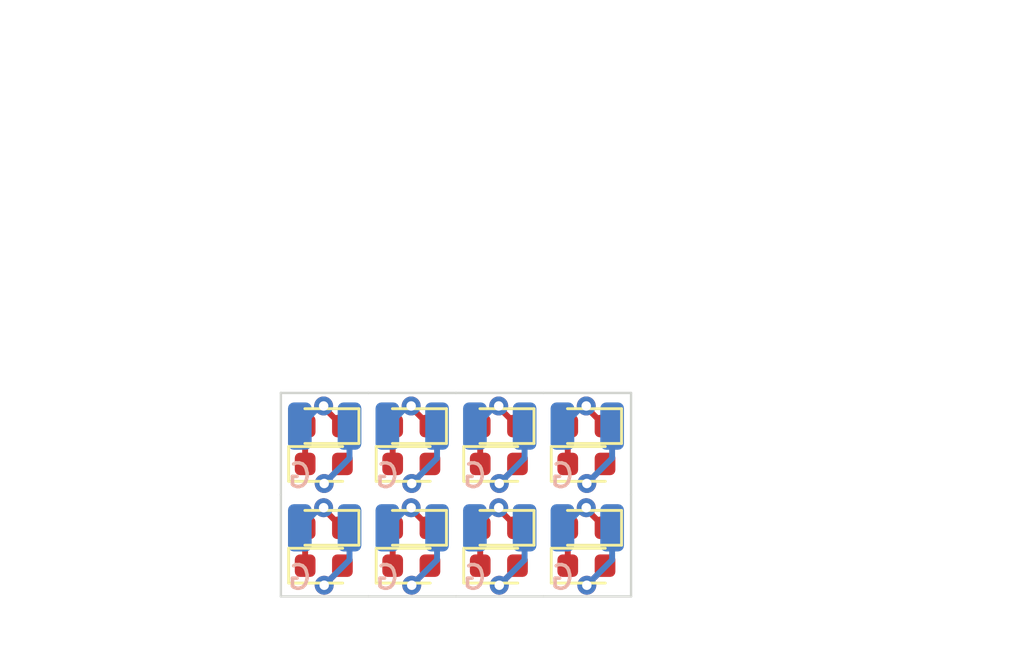
<source format=kicad_pcb>
(kicad_pcb (version 20211014) (generator pcbnew)
  (title_block (comment 4 "AISLER Project ID: DXIHIPTI"))
  (layers (0 "F.Cu" signal) (31 "B.Cu" signal) (34 "B.Paste" user) (35 "F.Paste" user) (36 "B.SilkS" user "B.Silkscreen") (37 "F.SilkS" user "F.Silkscreen") (38 "B.Mask" user) (39 "F.Mask" user) (44 "Edge.Cuts" user))
  (net 0 "")
  (net 1 "Board_0-GND")
  (net 2 "Board_0-Net-(D2-Pad2)")
  (net 3 "Board_0-VCC")
  (net 4 "Board_1-GND")
  (net 5 "Board_1-Net-(D2-Pad2)")
  (net 6 "Board_1-VCC")
  (net 7 "Board_2-GND")
  (net 8 "Board_2-Net-(D2-Pad2)")
  (net 9 "Board_2-VCC")
  (net 10 "Board_3-GND")
  (net 11 "Board_3-Net-(D2-Pad2)")
  (net 12 "Board_3-VCC")
  (net 13 "Board_4-GND")
  (net 14 "Board_4-Net-(D2-Pad2)")
  (net 15 "Board_4-VCC")
  (net 16 "Board_5-GND")
  (net 17 "Board_5-Net-(D2-Pad2)")
  (net 18 "Board_5-VCC")
  (net 19 "Board_6-GND")
  (net 20 "Board_6-Net-(D2-Pad2)")
  (net 21 "Board_6-VCC")
  (net 22 "Board_7-GND")
  (net 23 "Board_7-Net-(D2-Pad2)")
  (net 24 "Board_7-VCC")
  (footprint "LED_SMD:LED_0603_1608Metric" (layer "F.Cu") (at 27.9125 16.4 180)
    (fp_text reference "D2" hide)
    (fp_text value "LED")
    (fp_line (start -1.485 0.735) (end 0.8 0.735) (layer "F.SilkS") (width 0.12))
    (fp_line (start 0.8 -0.735) (end -1.485 -0.735) (layer "F.SilkS") (width 0.12))
    (fp_line (start -1.485 -0.735) (end -1.485 0.735) (layer "F.SilkS") (width 0.12))
    (pad "1" smd roundrect (at -0.7875 0 180) (size 0.875 0.95) (layers "F.Cu" "F.Paste" "F.Mask") (net 10 "Board_3-GND"))
    (pad "2" smd roundrect (at 0.7875 0 180) (size 0.875 0.95) (layers "F.Cu" "F.Paste" "F.Mask") (net 11 "Board_3-Net-(D2-Pad2)"))
  )
  (footprint "LED_SMD:LED_0603_1608Metric" (layer "F.Cu") (at 24.2125 16.4 180)
    (fp_text reference "D2" hide)
    (fp_text value "LED")
    (fp_line (start 0.8 -0.735) (end -1.485 -0.735) (layer "F.SilkS") (width 0.12))
    (fp_line (start -1.485 -0.735) (end -1.485 0.735) (layer "F.SilkS") (width 0.12))
    (fp_line (start -1.485 0.735) (end 0.8 0.735) (layer "F.SilkS") (width 0.12))
    (pad "1" smd roundrect (at -0.7875 0 180) (size 0.875 0.95) (layers "F.Cu" "F.Paste" "F.Mask") (net 7 "Board_2-GND"))
    (pad "2" smd roundrect (at 0.7875 0 180) (size 0.875 0.95) (layers "F.Cu" "F.Paste" "F.Mask") (net 8 "Board_2-Net-(D2-Pad2)"))
  )
  (footprint "LED_SMD:LED_0603_1608Metric" (layer "F.Cu") (at 24.2125 22.3)
    (fp_text reference "D1" hide)
    (fp_text value "LED")
    (fp_line (start -1.485 -0.735) (end -1.485 0.735) (layer "F.SilkS") (width 0.12))
    (fp_line (start 0.8 -0.735) (end -1.485 -0.735) (layer "F.SilkS") (width 0.12))
    (fp_line (start -1.485 0.735) (end 0.8 0.735) (layer "F.SilkS") (width 0.12))
    (pad "1" smd roundrect (at -0.7875 0) (size 0.875 0.95) (layers "F.Cu" "F.Paste" "F.Mask") (net 20 "Board_6-Net-(D2-Pad2)"))
    (pad "2" smd roundrect (at 0.7875 0) (size 0.875 0.95) (layers "F.Cu" "F.Paste" "F.Mask") (net 21 "Board_6-VCC"))
  )
  (footprint "LED_SMD:LED_0603_1608Metric" (layer "F.Cu") (at 27.9125 18)
    (fp_text reference "D1" hide)
    (fp_text value "LED")
    (fp_line (start -1.485 0.735) (end 0.8 0.735) (layer "F.SilkS") (width 0.12))
    (fp_line (start 0.8 -0.735) (end -1.485 -0.735) (layer "F.SilkS") (width 0.12))
    (fp_line (start -1.485 -0.735) (end -1.485 0.735) (layer "F.SilkS") (width 0.12))
    (pad "1" smd roundrect (at -0.7875 0) (size 0.875 0.95) (layers "F.Cu" "F.Paste" "F.Mask") (net 11 "Board_3-Net-(D2-Pad2)"))
    (pad "2" smd roundrect (at 0.7875 0) (size 0.875 0.95) (layers "F.Cu" "F.Paste" "F.Mask") (net 12 "Board_3-VCC"))
  )
  (footprint "LED_SMD:LED_0603_1608Metric" (layer "F.Cu") (at 24.2125 20.7 180)
    (fp_text reference "D2" hide)
    (fp_text value "LED")
    (fp_line (start 0.8 -0.735) (end -1.485 -0.735) (layer "F.SilkS") (width 0.12))
    (fp_line (start -1.485 -0.735) (end -1.485 0.735) (layer "F.SilkS") (width 0.12))
    (fp_line (start -1.485 0.735) (end 0.8 0.735) (layer "F.SilkS") (width 0.12))
    (pad "1" smd roundrect (at -0.7875 0 180) (size 0.875 0.95) (layers "F.Cu" "F.Paste" "F.Mask") (net 19 "Board_6-GND"))
    (pad "2" smd roundrect (at 0.7875 0 180) (size 0.875 0.95) (layers "F.Cu" "F.Paste" "F.Mask") (net 20 "Board_6-Net-(D2-Pad2)"))
  )
  (footprint "LED_SMD:LED_0603_1608Metric" (layer "F.Cu") (at 20.5125 18)
    (fp_text reference "D1" hide)
    (fp_text value "LED")
    (fp_line (start 0.8 -0.735) (end -1.485 -0.735) (layer "F.SilkS") (width 0.12))
    (fp_line (start -1.485 -0.735) (end -1.485 0.735) (layer "F.SilkS") (width 0.12))
    (fp_line (start -1.485 0.735) (end 0.8 0.735) (layer "F.SilkS") (width 0.12))
    (pad "1" smd roundrect (at -0.7875 0) (size 0.875 0.95) (layers "F.Cu" "F.Paste" "F.Mask") (net 5 "Board_1-Net-(D2-Pad2)"))
    (pad "2" smd roundrect (at 0.7875 0) (size 0.875 0.95) (layers "F.Cu" "F.Paste" "F.Mask") (net 6 "Board_1-VCC"))
  )
  (footprint "LED_SMD:LED_0603_1608Metric" (layer "F.Cu") (at 24.2125 18)
    (fp_text reference "D1" hide)
    (fp_text value "LED")
    (fp_line (start -1.485 0.735) (end 0.8 0.735) (layer "F.SilkS") (width 0.12))
    (fp_line (start 0.8 -0.735) (end -1.485 -0.735) (layer "F.SilkS") (width 0.12))
    (fp_line (start -1.485 -0.735) (end -1.485 0.735) (layer "F.SilkS") (width 0.12))
    (pad "1" smd roundrect (at -0.7875 0) (size 0.875 0.95) (layers "F.Cu" "F.Paste" "F.Mask") (net 8 "Board_2-Net-(D2-Pad2)"))
    (pad "2" smd roundrect (at 0.7875 0) (size 0.875 0.95) (layers "F.Cu" "F.Paste" "F.Mask") (net 9 "Board_2-VCC"))
  )
  (footprint "LED_SMD:LED_0603_1608Metric" (layer "F.Cu") (at 16.8125 16.4 180)
    (fp_text reference "D2" hide)
    (fp_text value "LED")
    (fp_line (start 0.8 -0.735) (end -1.485 -0.735) (layer "F.SilkS") (width 0.12))
    (fp_line (start -1.485 -0.735) (end -1.485 0.735) (layer "F.SilkS") (width 0.12))
    (fp_line (start -1.485 0.735) (end 0.8 0.735) (layer "F.SilkS") (width 0.12))
    (pad "1" smd roundrect (at -0.7875 0 180) (size 0.875 0.95) (layers "F.Cu" "F.Paste" "F.Mask") (net 1 "Board_0-GND"))
    (pad "2" smd roundrect (at 0.7875 0 180) (size 0.875 0.95) (layers "F.Cu" "F.Paste" "F.Mask") (net 2 "Board_0-Net-(D2-Pad2)"))
  )
  (footprint "LED_SMD:LED_0603_1608Metric" (layer "F.Cu") (at 27.9125 20.7 180)
    (fp_text reference "D2" hide)
    (fp_text value "LED")
    (fp_line (start 0.8 -0.735) (end -1.485 -0.735) (layer "F.SilkS") (width 0.12))
    (fp_line (start -1.485 -0.735) (end -1.485 0.735) (layer "F.SilkS") (width 0.12))
    (fp_line (start -1.485 0.735) (end 0.8 0.735) (layer "F.SilkS") (width 0.12))
    (pad "1" smd roundrect (at -0.7875 0 180) (size 0.875 0.95) (layers "F.Cu" "F.Paste" "F.Mask") (net 22 "Board_7-GND"))
    (pad "2" smd roundrect (at 0.7875 0 180) (size 0.875 0.95) (layers "F.Cu" "F.Paste" "F.Mask") (net 23 "Board_7-Net-(D2-Pad2)"))
  )
  (footprint "LED_SMD:LED_0603_1608Metric" (layer "F.Cu") (at 20.5125 22.3)
    (fp_text reference "D1" hide)
    (fp_text value "LED")
    (fp_line (start 0.8 -0.735) (end -1.485 -0.735) (layer "F.SilkS") (width 0.12))
    (fp_line (start -1.485 0.735) (end 0.8 0.735) (layer "F.SilkS") (width 0.12))
    (fp_line (start -1.485 -0.735) (end -1.485 0.735) (layer "F.SilkS") (width 0.12))
    (pad "1" smd roundrect (at -0.7875 0) (size 0.875 0.95) (layers "F.Cu" "F.Paste" "F.Mask") (net 17 "Board_5-Net-(D2-Pad2)"))
    (pad "2" smd roundrect (at 0.7875 0) (size 0.875 0.95) (layers "F.Cu" "F.Paste" "F.Mask") (net 18 "Board_5-VCC"))
  )
  (footprint "LED_SMD:LED_0603_1608Metric" (layer "F.Cu") (at 20.5125 16.4 180)
    (fp_text reference "D2" hide)
    (fp_text value "LED")
    (fp_line (start -1.485 -0.735) (end -1.485 0.735) (layer "F.SilkS") (width 0.12))
    (fp_line (start -1.485 0.735) (end 0.8 0.735) (layer "F.SilkS") (width 0.12))
    (fp_line (start 0.8 -0.735) (end -1.485 -0.735) (layer "F.SilkS") (width 0.12))
    (pad "1" smd roundrect (at -0.7875 0 180) (size 0.875 0.95) (layers "F.Cu" "F.Paste" "F.Mask") (net 4 "Board_1-GND"))
    (pad "2" smd roundrect (at 0.7875 0 180) (size 0.875 0.95) (layers "F.Cu" "F.Paste" "F.Mask") (net 5 "Board_1-Net-(D2-Pad2)"))
  )
  (footprint "LED_SMD:LED_0603_1608Metric" (layer "F.Cu") (at 27.9125 22.3)
    (fp_text reference "D1" hide)
    (fp_text value "LED")
    (fp_line (start -1.485 -0.735) (end -1.485 0.735) (layer "F.SilkS") (width 0.12))
    (fp_line (start 0.8 -0.735) (end -1.485 -0.735) (layer "F.SilkS") (width 0.12))
    (fp_line (start -1.485 0.735) (end 0.8 0.735) (layer "F.SilkS") (width 0.12))
    (pad "1" smd roundrect (at -0.7875 0) (size 0.875 0.95) (layers "F.Cu" "F.Paste" "F.Mask") (net 23 "Board_7-Net-(D2-Pad2)"))
    (pad "2" smd roundrect (at 0.7875 0) (size 0.875 0.95) (layers "F.Cu" "F.Paste" "F.Mask") (net 24 "Board_7-VCC"))
  )
  (footprint "LED_SMD:LED_0603_1608Metric" (layer "F.Cu") (at 16.8125 18)
    (fp_text reference "D1" hide)
    (fp_text value "LED")
    (fp_line (start 0.8 -0.735) (end -1.485 -0.735) (layer "F.SilkS") (width 0.12))
    (fp_line (start -1.485 -0.735) (end -1.485 0.735) (layer "F.SilkS") (width 0.12))
    (fp_line (start -1.485 0.735) (end 0.8 0.735) (layer "F.SilkS") (width 0.12))
    (pad "1" smd roundrect (at -0.7875 0) (size 0.875 0.95) (layers "F.Cu" "F.Paste" "F.Mask") (net 2 "Board_0-Net-(D2-Pad2)"))
    (pad "2" smd roundrect (at 0.7875 0) (size 0.875 0.95) (layers "F.Cu" "F.Paste" "F.Mask") (net 3 "Board_0-VCC"))
  )
  (footprint "LED_SMD:LED_0603_1608Metric" (layer "F.Cu") (at 16.8125 22.3)
    (fp_text reference "D1" hide)
    (fp_text value "LED")
    (fp_line (start 0.8 -0.735) (end -1.485 -0.735) (layer "F.SilkS") (width 0.12))
    (fp_line (start -1.485 0.735) (end 0.8 0.735) (layer "F.SilkS") (width 0.12))
    (fp_line (start -1.485 -0.735) (end -1.485 0.735) (layer "F.SilkS") (width 0.12))
    (pad "1" smd roundrect (at -0.7875 0) (size 0.875 0.95) (layers "F.Cu" "F.Paste" "F.Mask") (net 14 "Board_4-Net-(D2-Pad2)"))
    (pad "2" smd roundrect (at 0.7875 0) (size 0.875 0.95) (layers "F.Cu" "F.Paste" "F.Mask") (net 15 "Board_4-VCC"))
  )
  (footprint "LED_SMD:LED_0603_1608Metric" (layer "F.Cu") (at 16.8125 20.7 180)
    (fp_text reference "D2" hide)
    (fp_text value "LED")
    (fp_line (start -1.485 0.735) (end 0.8 0.735) (layer "F.SilkS") (width 0.12))
    (fp_line (start -1.485 -0.735) (end -1.485 0.735) (layer "F.SilkS") (width 0.12))
    (fp_line (start 0.8 -0.735) (end -1.485 -0.735) (layer "F.SilkS") (width 0.12))
    (pad "1" smd roundrect (at -0.7875 0 180) (size 0.875 0.95) (layers "F.Cu" "F.Paste" "F.Mask") (net 13 "Board_4-GND"))
    (pad "2" smd roundrect (at 0.7875 0 180) (size 0.875 0.95) (layers "F.Cu" "F.Paste" "F.Mask") (net 14 "Board_4-Net-(D2-Pad2)"))
  )
  (footprint "LED_SMD:LED_0603_1608Metric" (layer "F.Cu") (at 20.5125 20.7 180)
    (fp_text reference "D2" hide)
    (fp_text value "LED")
    (fp_line (start -1.485 0.735) (end 0.8 0.735) (layer "F.SilkS") (width 0.12))
    (fp_line (start 0.8 -0.735) (end -1.485 -0.735) (layer "F.SilkS") (width 0.12))
    (fp_line (start -1.485 -0.735) (end -1.485 0.735) (layer "F.SilkS") (width 0.12))
    (pad "1" smd roundrect (at -0.7875 0 180) (size 0.875 0.95) (layers "F.Cu" "F.Paste" "F.Mask") (net 16 "Board_5-GND"))
    (pad "2" smd roundrect (at 0.7875 0 180) (size 0.875 0.95) (layers "F.Cu" "F.Paste" "F.Mask") (net 17 "Board_5-Net-(D2-Pad2)"))
  )
  (footprint "Connector_Wire:SolderWirePad_1x01_SMD_1x2mm" (layer "B.Cu") (at 21.6 20.7 180)
    (fp_text reference "V" hide)
    (fp_text value "SolderWirePad_1x01_SMD_1x2mm")
    (pad "1" smd roundrect (at 0 0 180) (size 1 2) (layers "B.Cu" "B.Paste" "B.Mask") (net 18 "Board_5-VCC"))
  )
  (footprint "Connector_Wire:SolderWirePad_1x01_SMD_1x2mm" (layer "B.Cu") (at 19.5 16.4 180)
    (fp_text reference "G" (at 0 -2.1 unlocked) (layer "B.SilkS") (effects (justify mirror)))
    (fp_text value "SolderWirePad_1x01_SMD_1x2mm")
    (pad "1" smd roundrect (at 0 0 180) (size 1 2) (layers "B.Cu" "B.Paste" "B.Mask") (net 4 "Board_1-GND"))
  )
  (footprint "Connector_Wire:SolderWirePad_1x01_SMD_1x2mm" (layer "B.Cu") (at 17.9 16.4 180)
    (fp_text reference "V" hide)
    (fp_text value "SolderWirePad_1x01_SMD_1x2mm")
    (pad "1" smd roundrect (at 0 0 180) (size 1 2) (layers "B.Cu" "B.Paste" "B.Mask") (net 3 "Board_0-VCC"))
  )
  (footprint "Connector_Wire:SolderWirePad_1x01_SMD_1x2mm" (layer "B.Cu") (at 29 20.7 180)
    (fp_text reference "V" hide)
    (fp_text value "SolderWirePad_1x01_SMD_1x2mm")
    (pad "1" smd roundrect (at 0 0 180) (size 1 2) (layers "B.Cu" "B.Paste" "B.Mask") (net 24 "Board_7-VCC"))
  )
  (footprint "Connector_Wire:SolderWirePad_1x01_SMD_1x2mm" (layer "B.Cu") (at 15.8 16.4 180)
    (fp_text reference "G" (at 0 -2.1 unlocked) (layer "B.SilkS") (effects (justify mirror)))
    (fp_text value "SolderWirePad_1x01_SMD_1x2mm")
    (pad "1" smd roundrect (at 0 0 180) (size 1 2) (layers "B.Cu" "B.Paste" "B.Mask") (net 1 "Board_0-GND"))
  )
  (footprint "Connector_Wire:SolderWirePad_1x01_SMD_1x2mm" (layer "B.Cu") (at 15.8 20.7 180)
    (fp_text reference "G" (at 0 -2.1 unlocked) (layer "B.SilkS") (effects (justify mirror)))
    (fp_text value "SolderWirePad_1x01_SMD_1x2mm")
    (pad "1" smd roundrect (at 0 0 180) (size 1 2) (layers "B.Cu" "B.Paste" "B.Mask") (net 13 "Board_4-GND"))
  )
  (footprint "Connector_Wire:SolderWirePad_1x01_SMD_1x2mm" (layer "B.Cu") (at 21.6 16.4 180)
    (fp_text reference "V" hide)
    (fp_text value "SolderWirePad_1x01_SMD_1x2mm")
    (pad "1" smd roundrect (at 0 0 180) (size 1 2) (layers "B.Cu" "B.Paste" "B.Mask") (net 6 "Board_1-VCC"))
  )
  (footprint "Connector_Wire:SolderWirePad_1x01_SMD_1x2mm" (layer "B.Cu") (at 25.3 16.4 180)
    (fp_text reference "V" hide)
    (fp_text value "SolderWirePad_1x01_SMD_1x2mm")
    (pad "1" smd roundrect (at 0 0 180) (size 1 2) (layers "B.Cu" "B.Paste" "B.Mask") (net 9 "Board_2-VCC"))
  )
  (footprint "Connector_Wire:SolderWirePad_1x01_SMD_1x2mm" (layer "B.Cu") (at 25.3 20.7 180)
    (fp_text reference "V" hide)
    (fp_text value "SolderWirePad_1x01_SMD_1x2mm")
    (pad "1" smd roundrect (at 0 0 180) (size 1 2) (layers "B.Cu" "B.Paste" "B.Mask") (net 21 "Board_6-VCC"))
  )
  (footprint "Connector_Wire:SolderWirePad_1x01_SMD_1x2mm" (layer "B.Cu") (at 23.2 20.7 180)
    (fp_text reference "G" (at 0 -2.1 unlocked) (layer "B.SilkS") (effects (justify mirror)))
    (fp_text value "SolderWirePad_1x01_SMD_1x2mm")
    (pad "1" smd roundrect (at 0 0 180) (size 1 2) (layers "B.Cu" "B.Paste" "B.Mask") (net 19 "Board_6-GND"))
  )
  (footprint "Connector_Wire:SolderWirePad_1x01_SMD_1x2mm" (layer "B.Cu") (at 19.5 20.7 180)
    (fp_text reference "G" (at 0 -2.1 unlocked) (layer "B.SilkS") (effects (justify mirror)))
    (fp_text value "SolderWirePad_1x01_SMD_1x2mm")
    (pad "1" smd roundrect (at 0 0 180) (size 1 2) (layers "B.Cu" "B.Paste" "B.Mask") (net 16 "Board_5-GND"))
  )
  (footprint "Connector_Wire:SolderWirePad_1x01_SMD_1x2mm" (layer "B.Cu") (at 26.9 16.4 180)
    (fp_text reference "G" (at 0 -2.1 unlocked) (layer "B.SilkS") (effects (justify mirror)))
    (fp_text value "SolderWirePad_1x01_SMD_1x2mm")
    (pad "1" smd roundrect (at 0 0 180) (size 1 2) (layers "B.Cu" "B.Paste" "B.Mask") (net 10 "Board_3-GND"))
  )
  (footprint "Connector_Wire:SolderWirePad_1x01_SMD_1x2mm" (layer "B.Cu") (at 23.2 16.4 180)
    (fp_text reference "G" (at 0 -2.1 unlocked) (layer "B.SilkS") (effects (justify mirror)))
    (fp_text value "SolderWirePad_1x01_SMD_1x2mm")
    (pad "1" smd roundrect (at 0 0 180) (size 1 2) (layers "B.Cu" "B.Paste" "B.Mask") (net 7 "Board_2-GND"))
  )
  (footprint "Connector_Wire:SolderWirePad_1x01_SMD_1x2mm" (layer "B.Cu") (at 17.9 20.7 180)
    (fp_text reference "V" hide)
    (fp_text value "SolderWirePad_1x01_SMD_1x2mm")
    (pad "1" smd roundrect (at 0 0 180) (size 1 2) (layers "B.Cu" "B.Paste" "B.Mask") (net 15 "Board_4-VCC"))
  )
  (footprint "Connector_Wire:SolderWirePad_1x01_SMD_1x2mm" (layer "B.Cu") (at 29 16.4 180)
    (fp_text reference "V" hide)
    (fp_text value "SolderWirePad_1x01_SMD_1x2mm")
    (pad "1" smd roundrect (at 0 0 180) (size 1 2) (layers "B.Cu" "B.Paste" "B.Mask") (net 12 "Board_3-VCC"))
  )
  (footprint "Connector_Wire:SolderWirePad_1x01_SMD_1x2mm" (layer "B.Cu") (at 26.9 20.7 180)
    (fp_text reference "G" (at 0 -2.1 unlocked) (layer "B.SilkS") (effects (justify mirror)))
    (fp_text value "SolderWirePad_1x01_SMD_1x2mm")
    (pad "1" smd roundrect (at 0 0 180) (size 1 2) (layers "B.Cu" "B.Paste" "B.Mask") (net 22 "Board_7-GND"))
  )
  (gr_line (start 26.1 23.6) (end 29.8 23.6) (layer "Edge.Cuts") (width 0.1))
  (gr_line (start 18.7 15) (end 15 15) (layer "Edge.Cuts") (width 0.1))
  (gr_line (start 18.7 23.6) (end 22.4 23.6) (layer "Edge.Cuts") (width 0.1))
  (gr_line (start 15 15) (end 15 15) (layer "Edge.Cuts") (width 0.1))
  (gr_line (start 22.4 15) (end 18.7 15) (layer "Edge.Cuts") (width 0.1))
  (gr_line (start 29.8 15) (end 26.1 15) (layer "Edge.Cuts") (width 0.1))
  (gr_line (start 29.8 19.3) (end 29.8 15) (layer "Edge.Cuts") (width 0.1))
  (gr_line (start 26.1 15) (end 22.4 15) (layer "Edge.Cuts") (width 0.1))
  (gr_line (start 15 15) (end 15 19.3) (layer "Edge.Cuts") (width 0.1))
  (gr_line (start 29.8 23.6) (end 29.8 19.3) (layer "Edge.Cuts") (width 0.1))
  (gr_line (start 22.4 23.6) (end 26.1 23.6) (layer "Edge.Cuts") (width 0.1))
  (gr_line (start 15 19.3) (end 15 23.6) (layer "Edge.Cuts") (width 0.1))
  (gr_line (start 15 23.6) (end 18.7 23.6) (layer "Edge.Cuts") (width 0.1))
  (segment (start 17.6 16.4) (end 16.806443 15.606443) (width 0.25) (layer "F.Cu") (net 1))
  (segment (start 16.806443 15.606443) (end 16.806443 15.549688) (width 0.25) (layer "F.Cu") (net 1))
  (via (at 16.806443 15.549688) (size 0.8) (drill 0.4) (layers "F.Cu" "B.Cu") (net 1))
  (segment (start 16.806443 15.549688) (end 16.650312 15.549688) (width 0.25) (layer "B.Cu") (net 1))
  (segment (start 16.650312 15.549688) (end 15.8 16.4) (width 0.25) (layer "B.Cu") (net 1))
  (segment (start 16.025 18) (end 16.025 18.056539) (width 0.25) (layer "F.Cu") (net 2))
  (segment (start 16.025 18) (end 16.025 16.4) (width 0.25) (layer "F.Cu") (net 2))
  (segment (start 17.6 18) (end 17.6 18.057069) (width 0.25) (layer "F.Cu") (net 3))
  (segment (start 17.6 18.2) (end 17.6 18.3) (width 0.25) (layer "F.Cu") (net 3))
  (segment (start 17.6 18.057069) (end 16.83032 18.826749) (width 0.25) (layer "F.Cu") (net 3))
  (via (at 16.83032 18.826749) (size 0.8) (drill 0.4) (layers "F.Cu" "B.Cu") (net 3))
  (segment (start 16.83032 18.826749) (end 17.9 17.757069) (width 0.25) (layer "B.Cu") (net 3))
  (segment (start 17.9 17.757069) (end 17.9 16.4) (width 0.25) (layer "B.Cu") (net 3))
  (segment (start 21.3 16.4) (end 20.506443 15.606443) (width 0.25) (layer "F.Cu") (net 4))
  (segment (start 20.506443 15.606443) (end 20.506443 15.549688) (width 0.25) (layer "F.Cu") (net 4))
  (via (at 20.506443 15.549688) (size 0.8) (drill 0.4) (layers "F.Cu" "B.Cu") (net 4))
  (segment (start 20.506443 15.549688) (end 20.350312 15.549688) (width 0.25) (layer "B.Cu") (net 4))
  (segment (start 20.350312 15.549688) (end 19.5 16.4) (width 0.25) (layer "B.Cu") (net 4))
  (segment (start 19.725 18) (end 19.725 18.056539) (width 0.25) (layer "F.Cu") (net 5))
  (segment (start 19.725 18) (end 19.725 16.4) (width 0.25) (layer "F.Cu") (net 5))
  (segment (start 21.3 18) (end 21.3 18.057069) (width 0.25) (layer "F.Cu") (net 6))
  (segment (start 21.3 18.2) (end 21.3 18.3) (width 0.25) (layer "F.Cu") (net 6))
  (segment (start 21.3 18.057069) (end 20.53032 18.826749) (width 0.25) (layer "F.Cu") (net 6))
  (via (at 20.53032 18.826749) (size 0.8) (drill 0.4) (layers "F.Cu" "B.Cu") (net 6))
  (segment (start 20.53032 18.826749) (end 21.6 17.757069) (width 0.25) (layer "B.Cu") (net 6))
  (segment (start 21.6 17.757069) (end 21.6 16.4) (width 0.25) (layer "B.Cu") (net 6))
  (segment (start 25 16.4) (end 24.206443 15.606443) (width 0.25) (layer "F.Cu") (net 7))
  (segment (start 24.206443 15.606443) (end 24.206443 15.549688) (width 0.25) (layer "F.Cu") (net 7))
  (via (at 24.206443 15.549688) (size 0.8) (drill 0.4) (layers "F.Cu" "B.Cu") (net 7))
  (segment (start 24.206443 15.549688) (end 24.050312 15.549688) (width 0.25) (layer "B.Cu") (net 7))
  (segment (start 24.050312 15.549688) (end 23.2 16.4) (width 0.25) (layer "B.Cu") (net 7))
  (segment (start 23.425 18) (end 23.425 18.056539) (width 0.25) (layer "F.Cu") (net 8))
  (segment (start 23.425 18) (end 23.425 16.4) (width 0.25) (layer "F.Cu") (net 8))
  (segment (start 25 18) (end 25 18.057069) (width 0.25) (layer "F.Cu") (net 9))
  (segment (start 25 18.2) (end 25 18.3) (width 0.25) (layer "F.Cu") (net 9))
  (segment (start 25 18.057069) (end 24.23032 18.826749) (width 0.25) (layer "F.Cu") (net 9))
  (via (at 24.23032 18.826749) (size 0.8) (drill 0.4) (layers "F.Cu" "B.Cu") (net 9))
  (segment (start 24.23032 18.826749) (end 25.3 17.757069) (width 0.25) (layer "B.Cu") (net 9))
  (segment (start 25.3 17.757069) (end 25.3 16.4) (width 0.25) (layer "B.Cu") (net 9))
  (segment (start 28.7 16.4) (end 27.906443 15.606443) (width 0.25) (layer "F.Cu") (net 10))
  (segment (start 27.906443 15.606443) (end 27.906443 15.549688) (width 0.25) (layer "F.Cu") (net 10))
  (via (at 27.906443 15.549688) (size 0.8) (drill 0.4) (layers "F.Cu" "B.Cu") (net 10))
  (segment (start 27.906443 15.549688) (end 27.750312 15.549688) (width 0.25) (layer "B.Cu") (net 10))
  (segment (start 27.750312 15.549688) (end 26.9 16.4) (width 0.25) (layer "B.Cu") (net 10))
  (segment (start 27.125 18) (end 27.125 18.056539) (width 0.25) (layer "F.Cu") (net 11))
  (segment (start 27.125 18) (end 27.125 16.4) (width 0.25) (layer "F.Cu") (net 11))
  (segment (start 28.7 18) (end 28.7 18.057069) (width 0.25) (layer "F.Cu") (net 12))
  (segment (start 28.7 18.2) (end 28.7 18.3) (width 0.25) (layer "F.Cu") (net 12))
  (segment (start 28.7 18.057069) (end 27.93032 18.826749) (width 0.25) (layer "F.Cu") (net 12))
  (via (at 27.93032 18.826749) (size 0.8) (drill 0.4) (layers "F.Cu" "B.Cu") (net 12))
  (segment (start 27.93032 18.826749) (end 29 17.757069) (width 0.25) (layer "B.Cu") (net 12))
  (segment (start 29 17.757069) (end 29 16.4) (width 0.25) (layer "B.Cu") (net 12))
  (segment (start 17.6 20.7) (end 16.806443 19.906443) (width 0.25) (layer "F.Cu") (net 13))
  (segment (start 16.806443 19.906443) (end 16.806443 19.849688) (width 0.25) (layer "F.Cu") (net 13))
  (via (at 16.806443 19.849688) (size 0.8) (drill 0.4) (layers "F.Cu" "B.Cu") (net 13))
  (segment (start 16.806443 19.849688) (end 16.650312 19.849688) (width 0.25) (layer "B.Cu") (net 13))
  (segment (start 16.650312 19.849688) (end 15.8 20.7) (width 0.25) (layer "B.Cu") (net 13))
  (segment (start 16.025 22.3) (end 16.025 22.356539) (width 0.25) (layer "F.Cu") (net 14))
  (segment (start 16.025 22.3) (end 16.025 20.7) (width 0.25) (layer "F.Cu") (net 14))
  (segment (start 17.6 22.3) (end 17.6 22.357069) (width 0.25) (layer "F.Cu") (net 15))
  (segment (start 17.6 22.5) (end 17.6 22.6) (width 0.25) (layer "F.Cu") (net 15))
  (segment (start 17.6 22.357069) (end 16.83032 23.126749) (width 0.25) (layer "F.Cu") (net 15))
  (via (at 16.83032 23.126749) (size 0.8) (drill 0.4) (layers "F.Cu" "B.Cu") (net 15))
  (segment (start 16.83032 23.126749) (end 17.9 22.057069) (width 0.25) (layer "B.Cu") (net 15))
  (segment (start 17.9 22.057069) (end 17.9 20.7) (width 0.25) (layer "B.Cu") (net 15))
  (segment (start 21.3 20.7) (end 20.506443 19.906443) (width 0.25) (layer "F.Cu") (net 16))
  (segment (start 20.506443 19.906443) (end 20.506443 19.849688) (width 0.25) (layer "F.Cu") (net 16))
  (via (at 20.506443 19.849688) (size 0.8) (drill 0.4) (layers "F.Cu" "B.Cu") (net 16))
  (segment (start 20.506443 19.849688) (end 20.350312 19.849688) (width 0.25) (layer "B.Cu") (net 16))
  (segment (start 20.350312 19.849688) (end 19.5 20.7) (width 0.25) (layer "B.Cu") (net 16))
  (segment (start 19.725 22.3) (end 19.725 22.356539) (width 0.25) (layer "F.Cu") (net 17))
  (segment (start 19.725 22.3) (end 19.725 20.7) (width 0.25) (layer "F.Cu") (net 17))
  (segment (start 21.3 22.3) (end 21.3 22.357069) (width 0.25) (layer "F.Cu") (net 18))
  (segment (start 21.3 22.5) (end 21.3 22.6) (width 0.25) (layer "F.Cu") (net 18))
  (segment (start 21.3 22.357069) (end 20.53032 23.126749) (width 0.25) (layer "F.Cu") (net 18))
  (via (at 20.53032 23.126749) (size 0.8) (drill 0.4) (layers "F.Cu" "B.Cu") (net 18))
  (segment (start 20.53032 23.126749) (end 21.6 22.057069) (width 0.25) (layer "B.Cu") (net 18))
  (segment (start 21.6 22.057069) (end 21.6 20.7) (width 0.25) (layer "B.Cu") (net 18))
  (segment (start 25 20.7) (end 24.206443 19.906443) (width 0.25) (layer "F.Cu") (net 19))
  (segment (start 24.206443 19.906443) (end 24.206443 19.849688) (width 0.25) (layer "F.Cu") (net 19))
  (via (at 24.206443 19.849688) (size 0.8) (drill 0.4) (layers "F.Cu" "B.Cu") (net 19))
  (segment (start 24.206443 19.849688) (end 24.050312 19.849688) (width 0.25) (layer "B.Cu") (net 19))
  (segment (start 24.050312 19.849688) (end 23.2 20.7) (width 0.25) (layer "B.Cu") (net 19))
  (segment (start 23.425 22.3) (end 23.425 22.356539) (width 0.25) (layer "F.Cu") (net 20))
  (segment (start 23.425 22.3) (end 23.425 20.7) (width 0.25) (layer "F.Cu") (net 20))
  (segment (start 25 22.3) (end 25 22.357069) (width 0.25) (layer "F.Cu") (net 21))
  (segment (start 25 22.5) (end 25 22.6) (width 0.25) (layer "F.Cu") (net 21))
  (segment (start 25 22.357069) (end 24.23032 23.126749) (width 0.25) (layer "F.Cu") (net 21))
  (via (at 24.23032 23.126749) (size 0.8) (drill 0.4) (layers "F.Cu" "B.Cu") (net 21))
  (segment (start 24.23032 23.126749) (end 25.3 22.057069) (width 0.25) (layer "B.Cu") (net 21))
  (segment (start 25.3 22.057069) (end 25.3 20.7) (width 0.25) (layer "B.Cu") (net 21))
  (segment (start 28.7 20.7) (end 27.906443 19.906443) (width 0.25) (layer "F.Cu") (net 22))
  (segment (start 27.906443 19.906443) (end 27.906443 19.849688) (width 0.25) (layer "F.Cu") (net 22))
  (via (at 27.906443 19.849688) (size 0.8) (drill 0.4) (layers "F.Cu" "B.Cu") (net 22))
  (segment (start 27.906443 19.849688) (end 27.750312 19.849688) (width 0.25) (layer "B.Cu") (net 22))
  (segment (start 27.750312 19.849688) (end 26.9 20.7) (width 0.25) (layer "B.Cu") (net 22))
  (segment (start 27.125 22.3) (end 27.125 22.356539) (width 0.25) (layer "F.Cu") (net 23))
  (segment (start 27.125 22.3) (end 27.125 20.7) (width 0.25) (layer "F.Cu") (net 23))
  (segment (start 28.7 22.3) (end 28.7 22.357069) (width 0.25) (layer "F.Cu") (net 24))
  (segment (start 28.7 22.5) (end 28.7 22.6) (width 0.25) (layer "F.Cu") (net 24))
  (segment (start 28.7 22.357069) (end 27.93032 23.126749) (width 0.25) (layer "F.Cu") (net 24))
  (via (at 27.93032 23.126749) (size 0.8) (drill 0.4) (layers "F.Cu" "B.Cu") (net 24))
  (segment (start 27.93032 23.126749) (end 29 22.057069) (width 0.25) (layer "B.Cu") (net 24))
  (segment (start 29 22.057069) (end 29 20.7) (width 0.25) (layer "B.Cu") (net 24))
)
</source>
